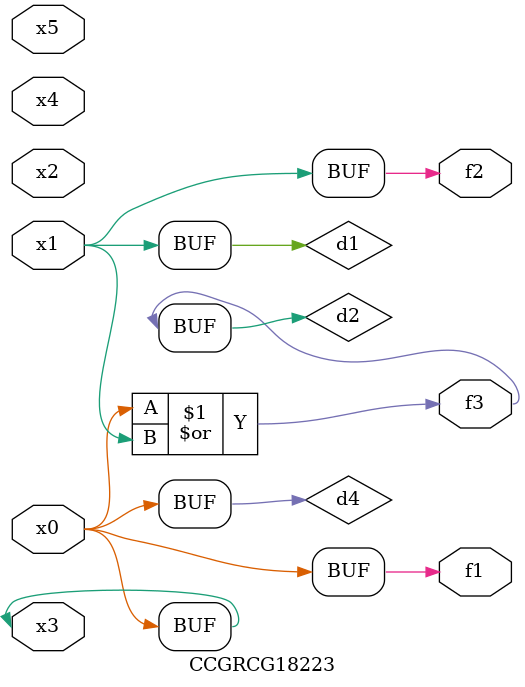
<source format=v>
module CCGRCG18223(
	input x0, x1, x2, x3, x4, x5,
	output f1, f2, f3
);

	wire d1, d2, d3, d4;

	and (d1, x1);
	or (d2, x0, x1);
	nand (d3, x0, x5);
	buf (d4, x0, x3);
	assign f1 = d4;
	assign f2 = d1;
	assign f3 = d2;
endmodule

</source>
